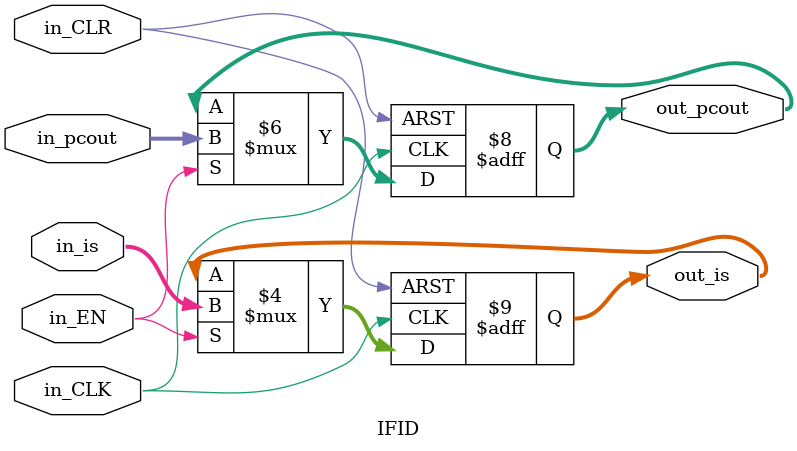
<source format=v>
module IFID(in_EN,in_CLK,in_CLR,in_pcout,in_is,out_pcout,out_is);
	input in_EN,in_CLK,in_CLR;
	input [31:0]in_pcout,in_is;
	output reg [31:0]out_pcout = 0;
	output reg [31:0]out_is = 0;
	always @(posedge in_CLK or posedge in_CLR) begin
		if (in_CLR) begin
			// reset
			out_pcout <= 0;
			out_is <= 0;
		end
		else if (in_EN) begin
			out_pcout <= in_pcout;
			out_is <= in_is;
		end
	end
endmodule
</source>
